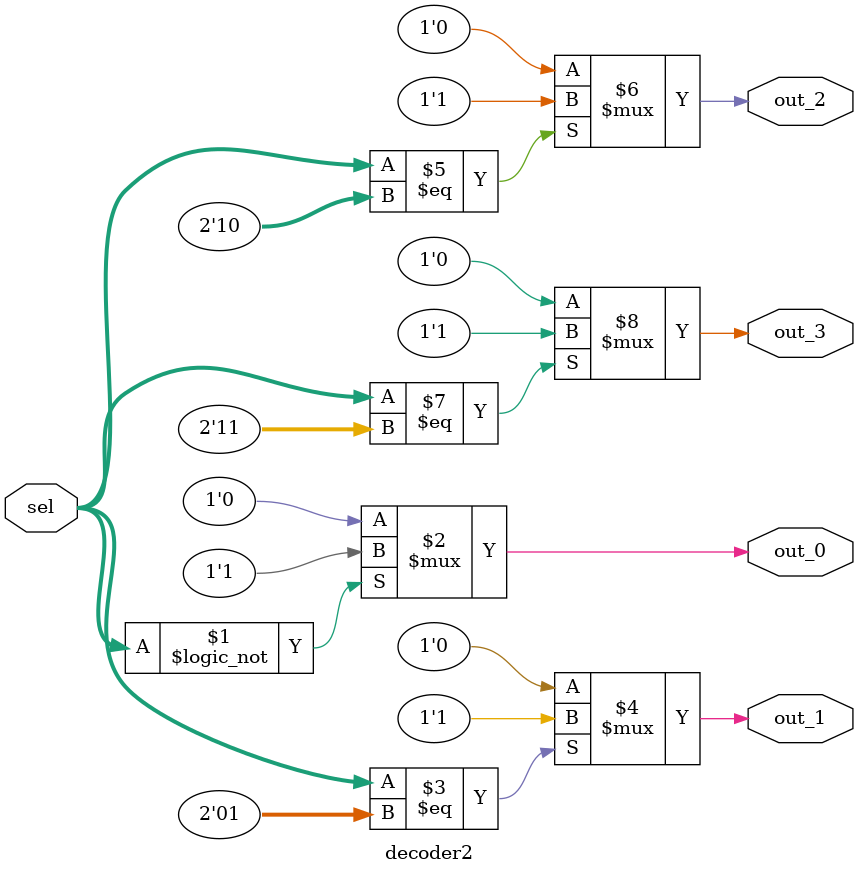
<source format=v>
module decoder2 (
    output out_0,
    output out_1,
    output out_2,
    output out_3,
    input [1:0] sel
);
    assign out_0 = (sel == 2'h0)? 1'b1 : 1'b0;
    assign out_1 = (sel == 2'h1)? 1'b1 : 1'b0;
    assign out_2 = (sel == 2'h2)? 1'b1 : 1'b0;
    assign out_3 = (sel == 2'h3)? 1'b1 : 1'b0;
endmodule

</source>
